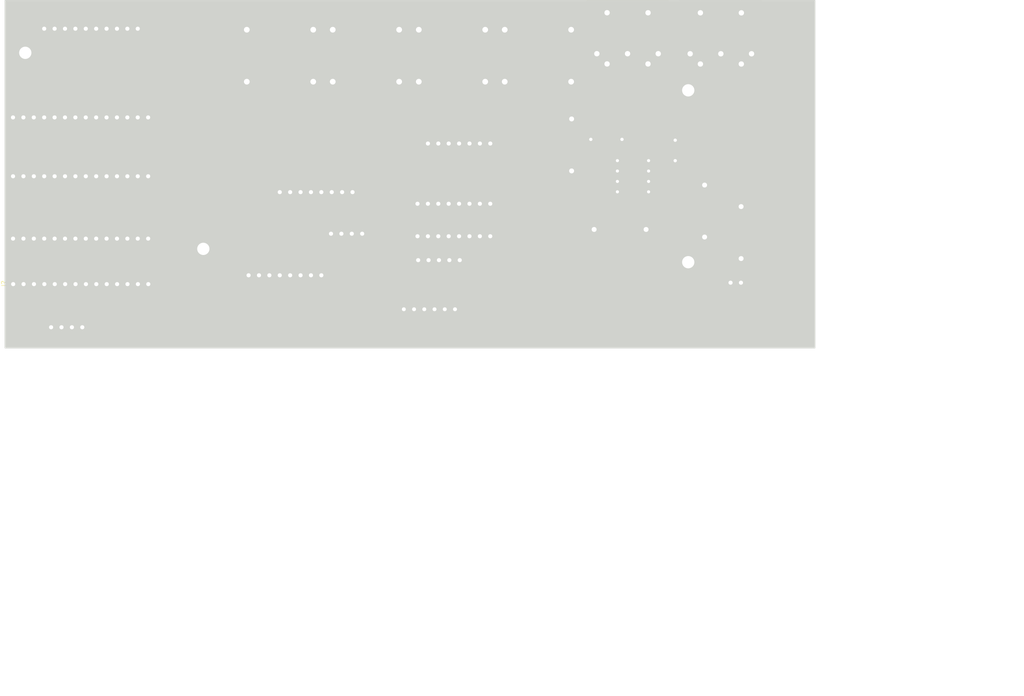
<source format=kicad_pcb>
(kicad_pcb (version 20211014) (generator pcbnew)
  (layers (0 "F.Cu" signal) (31 "B.Cu" signal) (34 "B.Paste" user) (35 "F.Paste" user) (36 "B.SilkS" user "B.Silkscreen") (37 "F.SilkS" user "F.Silkscreen") (38 "B.Mask" user) (39 "F.Mask" user) (44 "Edge.Cuts" user))
  (net 0 "")
  (net 1 "Net-(J1-Pad3)")
  (net 2 "Net-(J1-Pad5)")
  (net 3 "Net-(J1-Pad6)")
  (net 4 "Net-(J1-Pad7)")
  (net 5 "Net-(J1-Pad8)")
  (net 6 "Net-(J1-Pad9)")
  (net 7 "Net-(J12-Pad1)")
  (net 8 "Net-(J1-Pad10)")
  (net 9 "Net-(J1-Pad11)")
  (net 10 "Net-(J1-Pad12)")
  (net 11 "Net-(J1-Pad13)")
  (net 12 "Net-(J1-Pad14)")
  (net 13 "Net-(J2-Pad1)")
  (net 14 "Net-(J2-Pad2)")
  (net 15 "Net-(J2-Pad3)")
  (net 16 "Net-(J2-Pad4)")
  (net 17 "Net-(J2-Pad5)")
  (net 18 "Net-(J2-Pad6)")
  (net 19 "Net-(J2-Pad7)")
  (net 20 "Net-(J2-Pad8)")
  (net 21 "Net-(J2-Pad9)")
  (net 22 "Net-(J2-Pad10)")
  (net 23 "Net-(J2-Pad11)")
  (net 24 "Net-(D1-Pad1)")
  (net 25 "Net-(D1-Pad2)")
  (net 29 "Net-(J3-Pad4)")
  (net 30 "Net-(J1-Pad2)")
  (net 31 "Net-(J1-Pad4)")
  (net 32 "Net-(J8-Pad5)")
  (net 35 "Net-(J8-Pad4)")
  (net 39 "Net-(J5-Pad1)")
  (net 40 "Net-(J5-Pad2)")
  (net 41 "Net-(J5-Pad3)")
  (net 42 "Net-(J9-Pad1)")
  (net 43 "Net-(J9-Pad2)")
  (net 44 "Net-(J9-Pad3)")
  (net 45 "Net-(J9-Pad4)")
  (net 46 "Net-(J9-Pad5)")
  (net 47 "Net-(J10-Pad1)")
  (net 48 "Net-(J10-Pad2)")
  (net 49 "Net-(J11-Pad1)")
  (net 50 "Net-(J16-Pad1)")
  (net 51 "Net-(J16-Pad2)")
  (net 52 "Net-(J17-Pad1)")
  (net 53 "Net-(J17-Pad2)")
  (net 54 "Net-(J18-Pad1)")
  (net 55 "Net-(J18-Pad2)")
  (net 56 "Net-(J5-Pad4)")
  (net 57 "Net-(J5-Pad5)")
  (net 58 "Net-(J5-Pad6)")
  (net 59 "Net-(J5-Pad7)")
  (net 60 "Net-(C1-Pad1)")
  (net 69 "GND")
  (net 70 "Net-(J4-Pad6)")
  (net 71 "Net-(J4-Pad5)")
  (net 72 "Net-(J4-Pad4)")
  (net 73 "Net-(J4-Pad3)")
  (net 74 "Net-(J12-Pad2)")
  (net 75 "Net-(J12-Pad3)")
  (net 76 "Net-(J12-Pad4)")
  (net 77 "Net-(J12-Pad5)")
  (net 78 "Net-(J12-Pad6)")
  (net 79 "Net-(J12-Pad7)")
  (net 80 "Net-(J12-Pad8)")
  (net 81 "Net-(J12-Pad9)")
  (net 82 "Net-(J12-Pad10)")
  (net 83 "Net-(J11-Pad2)")
  (net 84 "Net-(J14-Pad1)")
  (net 85 "Net-(J1-Pad1)")
  (footprint "KiCad:Teensy40" (layer "F.Cu") (at 35.51 68.62 180)
    (fp_text reference "U7")
    (fp_text value "Teensy4.0")
  )
  (footprint "Connector_PinHeader_2.54mm:PinHeader_1x04_P2.54mm_Vertical" (layer "F.Cu") (at 28.3 97.9 90)
    (fp_text reference "J14")
    (fp_text value "Conn_01x04")
  )
  (footprint "KiCad:DIP762W56P254L966H508Q8N" (layer "F.Cu") (at 170.5 60.99)
    (fp_text reference "U6")
    (fp_text value "6N138" hide)
  )
  (footprint "Connector_PinHeader_2.54mm:PinHeader_1x05_P2.54mm_Vertical" (layer "F.Cu") (at 118 81.5 90)
    (fp_text reference "J9")
    (fp_text value "Conn_01x05")
  )
  (footprint "Connector_JST:JST_XH_B6B-XH-A_1x06_P2.50mm_Vertical" (layer "F.Cu") (at 114.5 93.5)
    (fp_text reference "J4")
    (fp_text value "06JQ-BT")
  )
  (footprint "Connector_PinHeader_2.54mm:PinHeader_1x07_P2.54mm_Vertical" (layer "F.Cu") (at 135.625 53 -90)
    (fp_text reference "J5")
    (fp_text value "Conn_01x07")
  )
  (footprint "Connector_JST:JST_SH_SM10B-SRSS-TB_1x10-1MP_P1.00mm_Horizontal" (layer "F.Cu") (at 72.75 58.53)
    (fp_text reference "JST_TEENSY_5")
    (fp_text value "10JQ-BT")
  )
  (footprint "Connector_PinHeader_2.54mm:PinHeader_1x02_P2.54mm_Vertical" (layer "F.Cu") (at 194.34 87.01 90)
    (fp_text reference "J10")
    (fp_text value "Conn_01x02")
  )
  (footprint "Connector_PinHeader_2.54mm:PinHeader_1x14_P2.54mm_Vertical" (layer "F.Cu") (at 52.01 46.62 -90)
    (fp_text reference "J1")
    (fp_text value "Conn_01x14_MountingPin")
  )
  (footprint "project_fp:SDS-50J_MIDI_JACK" (layer "F.Cu") (at 184.47 31.0675)
    (fp_text reference "J8")
    (fp_text value "DIN-5")
  )
  (footprint "SamacSys_Parts:NMJ4HCD2" (layer "F.Cu") (at 126.26967 41.845 -90)
    (fp_text reference "J17")
    (fp_text value "NMJ4HCD2" hide)
  )
  (footprint "Resistor_THT:R_Axial_DIN0411_L9.9mm_D3.6mm_P12.70mm_Horizontal" (layer "F.Cu") (at 196.92 68.41 -90)
    (fp_text reference "R8")
    (fp_text value "R47")
  )
  (footprint "SamacSys_Parts:NMJ4HCD2" (layer "F.Cu") (at 105.23967 41.845 -90)
    (fp_text reference "J16")
    (fp_text value "NMJ4HCD2" hide)
  )
  (footprint "Resistor_THT:R_Axial_DIN0411_L9.9mm_D3.6mm_P12.70mm_Horizontal" (layer "F.Cu") (at 161 74)
    (fp_text reference "R6")
    (fp_text value "R470")
  )
  (footprint "Connector_PinHeader_2.54mm:PinHeader_1x10_P2.54mm_Vertical" (layer "F.Cu") (at 26.615723 24.942131 90)
    (fp_text reference "J12")
    (fp_text value "Conn_01x10")
  )
  (footprint "Connector_PinHeader_2.54mm:PinHeader_1x04_P2.54mm_Vertical" (layer "F.Cu") (at 96.7 75.04 90)
    (fp_text reference "J6")
    (fp_text value "Conn_01x04")
  )
  (footprint "project_fp:SDS-50J_MIDI_JACK" (layer "F.Cu") (at 161.67 31.0475)
    (fp_text reference "J3")
    (fp_text value "DIN-5")
  )
  (footprint "MountingHole:MountingHole_3mm" (layer "F.Cu") (at 65.5 78.74)
    (fp_text reference "H9")
    (fp_text value "MountingHole")
  )
  (footprint "Capacitor_THT:CP_Radial_D8.0mm_P5.00mm" (layer "F.Cu") (at 180.817621 57.19 90)
    (fp_text reference "C1")
    (fp_text value "0,1myf")
  )
  (footprint "Connector_PinHeader_2.54mm:PinHeader_1x08_P2.54mm_Vertical" (layer "F.Cu") (at 84.18 64.88 90)
    (fp_text reference "J7")
    (fp_text value "Conn_01x08")
  )
  (footprint "SamacSys_Parts:NMJ4HCD2" (layer "F.Cu") (at 147.26967 41.845 -90)
    (fp_text reference "J18")
    (fp_text value "NMJ4HCD2" hide)
  )
  (footprint "MountingHole:MountingHole_3mm" (layer "F.Cu") (at 184 40)
    (fp_text reference "H4")
    (fp_text value "MountingHole")
  )
  (footprint "Resistor_THT:R_Axial_DIN0411_L9.9mm_D3.6mm_P12.70mm_Horizontal" (layer "F.Cu") (at 188 75.85 90)
    (fp_text reference "R7")
    (fp_text value "R47")
  )
  (footprint "MountingHole:MountingHole_3mm" (layer "F.Cu") (at 184 82)
    (fp_text reference "H8")
    (fp_text value "MountingHole")
  )
  (footprint "Diode_THT:D_DO-35_SOD27_P7.62mm_Horizontal" (layer "F.Cu") (at 167.81 51.99 180)
    (fp_text reference "D1")
    (fp_text value "1N4148")
  )
  (footprint "MountingHole:MountingHole_3mm" (layer "F.Cu") (at 21.991171 30.831126)
    (fp_text reference "H7")
    (fp_text value "MountingHole")
  )
  (footprint "Connector_PinHeader_2.54mm:PinHeader_1x14_P2.54mm_Vertical" (layer "F.Cu") (at 19.032663 87.357701 90)
    (fp_text reference "J2")
    (fp_text value "Conn_01x14_MountingPin")
  )
  (footprint "SamacSys_Parts:NMJ4HCD2" (layer "F.Cu") (at 84.23934 41.845 -90)
    (fp_text reference "J11")
    (fp_text value "NMJ4HCD2" hide)
  )
  (footprint "Connector_PinHeader_2.54mm:PinHeader_1x08_P2.54mm_Vertical" (layer "F.Cu") (at 76.56 85.2 90)
    (fp_text reference "J13")
    (fp_text value "Conn_01x08")
  )
  (footprint "KiCad:DIP794W53P254L1930H508Q16N" (layer "F.Cu") (at 126.73 71.68796 90)
    (fp_text reference "U5")
    (fp_text value "74HC4051" hide)
  )
  (footprint "Resistor_THT:R_Axial_DIN0411_L9.9mm_D3.6mm_P12.70mm_Horizontal" (layer "F.Cu") (at 155.5 46.99 -90)
    (fp_text reference "R5")
    (fp_text value "R220")
  )
  (gr_rect (start 17 18) (end 215 103) (layer "Edge.Cuts") (width 0.1) (fill none))
  (segment (start 46.94 61) (end 46.94 46.63) (width 1) (layer "B.Cu") (net 1))
  (segment (start 46.94 46.63) (end 46.93 46.62) (width 1) (layer "B.Cu") (net 1))
  (segment (start 41.85 46.62) (end 41.85 60.99) (width 1) (layer "B.Cu") (net 2))
  (segment (start 39.31 60.99) (end 39.32 61) (width 1) (layer "B.Cu") (net 3))
  (segment (start 39.31 46.62) (end 39.31 60.99) (width 1) (layer "B.Cu") (net 3))
  (segment (start 36.77 46.62) (end 36.77 60.99) (width 1) (layer "B.Cu") (net 4))
  (segment (start 34.23 46.62) (end 34.23 60.99) (width 1) (layer "B.Cu") (net 5))
  (segment (start 31.69 46.62) (end 31.69 60.99) (width 1) (layer "B.Cu") (net 6))
  (segment (start 68.25 56.53) (end 68.22 56.5) (width 0.5) (layer "F.Cu") (net 7))
  (segment (start 56 54.5) (end 56 44.32) (width 0.5) (layer "F.Cu") (net 7))
  (segment (start 26.575 37.075) (end 26.575 25) (width 0.5) (layer "F.Cu") (net 7))
  (segment (start 68.22 56.5) (end 58 56.5) (width 0.5) (layer "F.Cu") (net 7))
  (segment (start 56 44.32) (end 53.7 42.02) (width 0.5) (layer "F.Cu") (net 7))
  (segment (start 53.7 42.02) (end 31.52 42.02) (width 0.5) (layer "F.Cu") (net 7))
  (segment (start 31.52 42.02) (end 26.575 37.075) (width 0.5) (layer "F.Cu") (net 7))
  (segment (start 58 56.5) (end 56 54.5) (width 0.5) (layer "F.Cu") (net 7))
  (segment (start 29.15 46.62) (end 29.15 60.99) (width 1) (layer "B.Cu") (net 8))
  (segment (start 26.61 46.62) (end 26.61 60.99) (width 1) (layer "B.Cu") (net 9))
  (segment (start 24.07 46.62) (end 24.07 60.99) (width 1) (layer "B.Cu") (net 10))
  (segment (start 21.53 46.62) (end 21.53 60.99) (width 1) (layer "B.Cu") (net 11))
  (segment (start 19 46.63) (end 18.99 46.62) (width 1) (layer "F.Cu") (net 12))
  (segment (start 19 61) (end 19 46.63) (width 1) (layer "B.Cu") (net 12))
  (segment (start 19 87.325038) (end 19.032663 87.357701) (width 1) (layer "F.Cu") (net 13))
  (segment (start 19 76.24) (end 19 87.325038) (width 1) (layer "B.Cu") (net 13))
  (segment (start 21.54 87.325038) (end 21.572663 87.357701) (width 1) (layer "B.Cu") (net 14))
  (segment (start 21.54 76.24) (end 21.54 87.325038) (width 1) (layer "B.Cu") (net 14))
  (segment (start 24.08 76.24) (end 24.08 87.325038) (width 1) (layer "B.Cu") (net 15))
  (segment (start 24.08 87.325038) (end 24.112663 87.357701) (width 1) (layer "B.Cu") (net 15))
  (segment (start 26.62 76.24) (end 26.62 87.325038) (width 1) (layer "B.Cu") (net 16))
  (segment (start 26.62 87.325038) (end 26.652663 87.357701) (width 1) (layer "B.Cu") (net 16))
  (segment (start 29.192663 87.357701) (end 29.192663 76.272663) (width 1) (layer "B.Cu") (net 17))
  (segment (start 31.7 76.24) (end 31.7 87.325038) (width 1) (layer "B.Cu") (net 18))
  (segment (start 31.7 87.325038) (end 31.732663 87.357701) (width 1) (layer "B.Cu") (net 18))
  (segment (start 34.272663 87.357701) (end 34.272663 76.272663) (width 1) (layer "B.Cu") (net 19))
  (segment (start 36.78 87.325038) (end 36.812663 87.357701) (width 1) (layer "B.Cu") (net 20))
  (segment (start 36.78 76.24) (end 36.78 87.325038) (width 1) (layer "B.Cu") (net 20))
  (segment (start 39.352663 87.357701) (end 39.352663 76.272663) (width 1) (layer "B.Cu") (net 21))
  (segment (start 41.86 87.325038) (end 41.892663 87.357701) (width 1) (layer "B.Cu") (net 22))
  (segment (start 41.86 76.24) (end 41.86 87.325038) (width 1) (layer "B.Cu") (net 22))
  (segment (start 44.4 87.325038) (end 44.4 76.24) (width 1) (layer "B.Cu") (net 23))
  (segment (start 169.494084 59.538217) (end 169.312301 59.72) (width 1) (layer "B.Cu") (net 24))
  (segment (start 167.81 51.99) (end 169.494084 53.674084) (width 1) (layer "B.Cu") (net 24))
  (segment (start 169.494084 53.674084) (end 169.494084 59.538217) (width 1) (layer "B.Cu") (net 24))
  (segment (start 169.312301 59.72) (end 166.69 59.72) (width 1) (layer "B.Cu") (net 24))
  (segment (start 155.53 59.72) (end 155.5 59.69) (width 1) (layer "B.Cu") (net 24))
  (segment (start 166.69 59.72) (end 155.53 59.72) (width 1) (layer "B.Cu") (net 24))
  (segment (start 166.61 59.8) (end 166.69 59.72) (width 1) (layer "B.Cu") (net 24))
  (segment (start 162 66) (end 165.74 62.26) (width 1) (layer "B.Cu") (net 25))
  (segment (start 174 33.5675) (end 160.19 47.3775) (width 1) (layer "B.Cu") (net 25))
  (segment (start 160.19 47.3775) (end 160.19 49.81) (width 1) (layer "B.Cu") (net 25))
  (segment (start 160.19 49.68) (end 160.19 49.81) (width 1) (layer "B.Cu") (net 25))
  (segment (start 154.62 55.88) (end 151 59.5) (width 1) (layer "B.Cu") (net 25))
  (segment (start 151 59.5) (end 151 64.5) (width 1) (layer "B.Cu") (net 25))
  (segment (start 165.74 62.26) (end 166.69 62.26) (width 1) (layer "B.Cu") (net 25))
  (segment (start 160.19 51.99) (end 160.19 55.88) (width 1) (layer "B.Cu") (net 25))
  (segment (start 160.19 55.88) (end 154.62 55.88) (width 1) (layer "B.Cu") (net 25))
  (segment (start 160.19 49.81) (end 160.19 51.99) (width 1) (layer "B.Cu") (net 25))
  (segment (start 152.5 66) (end 162 66) (width 1) (layer "B.Cu") (net 25))
  (segment (start 151 64.5) (end 152.5 66) (width 1) (layer "B.Cu") (net 25))
  (segment (start 164 33.5675) (end 164 35.5) (width 1) (layer "B.Cu") (net 29))
  (segment (start 155.5 44) (end 155.5 46.99) (width 1) (layer "B.Cu") (net 29))
  (segment (start 164 35.5) (end 155.5 44) (width 1) (layer "B.Cu") (net 29))
  (segment (start 49.47 60.99) (end 49.48 61) (width 1) (layer "B.Cu") (net 30))
  (segment (start 49.47 46.62) (end 49.47 60.99) (width 1) (layer "B.Cu") (net 30))
  (segment (start 44.39 46.62) (end 44.39 60.99) (width 1) (layer "B.Cu") (net 31))
  (segment (start 196.97 33.5675) (end 196.97 68.36) (width 1) (layer "B.Cu") (net 32))
  (segment (start 196.97 68.36) (end 196.92 68.41) (width 1) (layer "B.Cu") (net 32))
  (segment (start 196.97 36.82) (end 196.97 36.97) (width 1) (layer "B.Cu") (net 32))
  (segment (start 188 34.5975) (end 186.97 33.5675) (width 1) (layer "B.Cu") (net 35))
  (segment (start 188 63.15) (end 188 34.5975) (width 1) (layer "B.Cu") (net 35))
  (segment (start 135.625 67.71296) (end 135.62 67.71796) (width 1) (layer "B.Cu") (net 39))
  (segment (start 135.625 53) (end 135.625 67.71296) (width 1) (layer "B.Cu") (net 39))
  (segment (start 133.085 67.71296) (end 133.08 67.71796) (width 1) (layer "B.Cu") (net 40))
  (segment (start 133.085 53) (end 133.085 67.71296) (width 1) (layer "B.Cu") (net 40))
  (segment (start 130.545 67.71296) (end 130.54 67.71796) (width 1) (layer "B.Cu") (net 41))
  (segment (start 130.545 53) (end 130.545 67.71296) (width 1) (layer "B.Cu") (net 41))
  (segment (start 117.84 75.65796) (end 117.84 81.215) (width 1) (layer "B.Cu") (net 42))
  (segment (start 117.84 81.215) (end 118.125 81.5) (width 1) (layer "B.Cu") (net 42))
  (segment (start 120.665 81.5) (end 120.38 81.215) (width 1) (layer "B.Cu") (net 43))
  (segment (start 120.38 81.215) (end 120.38 75.65796) (width 1) (layer "B.Cu") (net 43))
  (segment (start 122.92 75.65796) (end 122.92 81.215) (width 1) (layer "B.Cu") (net 44))
  (segment (start 125.46 75.65796) (end 125.46 81.215) (width 1) (layer "B.Cu") (net 45))
  (segment (start 125.46 81.215) (end 125.745 81.5) (width 1) (layer "B.Cu") (net 45))
  (segment (start 128 81.215) (end 128.285 81.5) (width 1) (layer "B.Cu") (net 46))
  (segment (start 128 75.65796) (end 128 81.215) (width 1) (layer "B.Cu") (net 46))
  (segment (start 173.802141 74.307859) (end 170.494282 71) (width 1) (layer "B.Cu") (net 47))
  (segment (start 154.08096 71) (end 151.54048 73.54048) (width 1) (layer "B.Cu") (net 47))
  (segment (start 151.54048 73.54048) (end 165.01 87.01) (width 1) (layer "B.Cu") (net 47))
  (segment (start 172.355926 69.138356) (end 170.494282 71) (width 0.5) (layer "B.Cu") (net 47))
  (segment (start 174.31 62.26) (end 173.335532 62.26) (width 0.5) (layer "B.Cu") (net 47))
  (segment (start 173.405489 73.705489) (end 173.7 74) (width 1) (layer "B.Cu") (net 47))
  (segment (start 173.335532 62.26) (end 172.355926 63.239606) (width 0.5) (layer "B.Cu") (net 47))
  (segment (start 172.355926 63.239606) (end 172.355926 69.138356) (width 0.5) (layer "B.Cu") (net 47))
  (segment (start 170.494282 71) (end 154.08096 71) (width 1) (layer "B.Cu") (net 47))
  (segment (start 165.01 87.01) (end 194.34 87.01) (width 1) (layer "B.Cu") (net 47))
  (segment (start 173.08 73.38) (end 173.405489 73.705489) (width 0.5) (layer "B.Cu") (net 47))
  (segment (start 196.88 87.01) (end 196.88 81.15) (width 1) (layer "B.Cu") (net 48))
  (segment (start 196.88 81.15) (end 196.92 81.11) (width 1) (layer "B.Cu") (net 48))
  (segment (start 86.72 35.78566) (end 86.72 64.88) (width 1) (layer "B.Cu") (net 49))
  (segment (start 76.12434 25.19) (end 86.72 35.78566) (width 1) (layer "B.Cu") (net 49))
  (segment (start 97.12434 25.19) (end 89.26 33.05434) (width 1) (layer "B.Cu") (net 50))
  (segment (start 89.26 33.05434) (end 89.26 64.88) (width 1) (layer "B.Cu") (net 50))
  (segment (start 97.12467 37.89) (end 91.8 43.21467) (width 1) (layer "B.Cu") (net 51))
  (segment (start 91.8 43.21467) (end 91.8 64.88) (width 1) (layer "B.Cu") (net 51))
  (segment (start 118.25467 26.99533) (end 117.2 28.05) (width 1) (layer "B.Cu") (net 52))
  (segment (start 101.96 36.94) (end 101.96 31.86) (width 1) (layer "B.Cu") (net 52))
  (segment (start 101.96 31.86) (end 105.77 28.05) (width 1) (layer "B.Cu") (net 52))
  (segment (start 94.34 44.56) (end 94.34 64.88) (width 1) (layer "B.Cu") (net 52))
  (segment (start 118.25467 25.19) (end 118.25467 26.99533) (width 1) (layer "B.Cu") (net 52))
  (segment (start 101.96 36.94) (end 94.34 44.56) (width 1) (layer "B.Cu") (net 52))
  (segment (start 105.77 28.05) (end 117.2 28.05) (width 1) (layer "B.Cu") (net 52))
  (segment (start 106.405 34.4) (end 103.934745 36.870255) (width 1) (layer "B.Cu") (net 53))
  (segment (start 114.76467 34.4) (end 106.405 34.4) (width 1) (layer "B.Cu") (net 53))
  (segment (start 96.88 47.1) (end 96.88 64.88) (width 1) (layer "B.Cu") (net 53))
  (segment (start 103.934745 36.870255) (end 103.934745 40.045255) (width 1) (layer "B.Cu") (net 53))
  (segment (start 103.934745 40.045255) (end 96.88 47.1) (width 1) (layer "B.Cu") (net 53))
  (segment (start 118.25467 37.89) (end 114.76467 34.4) (width 1) (layer "B.Cu") (net 53))
  (segment (start 119.74 40.75) (end 121.01 39.48) (width 1) (layer "B.Cu") (net 54))
  (segment (start 107.75 40.75) (end 119.74 40.75) (width 1) (layer "B.Cu") (net 54))
  (segment (start 124.82 30.59) (end 133.85467 30.59) (width 1) (layer "B.Cu") (net 54))
  (segment (start 99.42 49.08) (end 107.75 40.75) (width 1) (layer "B.Cu") (net 54))
  (segment (start 133.85467 30.59) (end 139.25467 25.19) (width 1) (layer "B.Cu") (net 54))
  (segment (start 99.42 64.88) (end 99.42 49.08) (width 1) (layer "B.Cu") (net 54))
  (segment (start 121.01 34.4) (end 124.82 30.59) (width 1) (layer "B.Cu") (net 54))
  (segment (start 121.01 39.48) (end 121.01 34.4) (width 1) (layer "B.Cu") (net 54))
  (segment (start 139.25467 42.82533) (end 139.25467 37.89) (width 1) (layer "B.Cu") (net 55))
  (segment (start 138.79 43.29) (end 139.25467 42.82533) (width 1) (layer "B.Cu") (net 55))
  (segment (start 112.012647 43.29) (end 138.79 43.29) (width 1) (layer "B.Cu") (net 55))
  (segment (start 101.96 53.342647) (end 101.96 64.88) (width 1) (layer "B.Cu") (net 55))
  (segment (start 112.012647 43.29) (end 101.96 53.342647) (width 1) (layer "B.Cu") (net 55))
  (segment (start 128 67.71796) (end 128 53.005) (width 1) (layer "B.Cu") (net 56))
  (segment (start 128 53.005) (end 128.005 53) (width 1) (layer "B.Cu") (net 56))
  (segment (start 125.46 53.005) (end 125.465 53) (width 1) (layer "B.Cu") (net 57))
  (segment (start 125.46 67.71796) (end 125.46 53.005) (width 1) (layer "B.Cu") (net 57))
  (segment (start 122.92 67.71796) (end 122.92 53.005) (width 1) (layer "B.Cu") (net 58))
  (segment (start 122.92 53.005) (end 122.925 53) (width 1) (layer "B.Cu") (net 58))
  (segment (start 120.385 67.71296) (end 120.38 67.71796) (width 1) (layer "B.Cu") (net 59))
  (segment (start 120.385 53) (end 120.385 67.71296) (width 1) (layer "B.Cu") (net 59))
  (segment (start 147.5 66) (end 147.5 47.5) (width 1) (layer "B.Cu") (net 60))
  (segment (start 147.5 47.5) (end 146 46) (width 1) (layer "B.Cu") (net 60))
  (segment (start 112.12 46.12) (end 112.12 59.86) (width 1) (layer "B.Cu") (net 60))
  (segment (start 170.54 67.42) (end 169.46 68.5) (width 1) (layer "B.Cu") (net 60))
  (segment (start 180.817621 57.19) (end 174.32 57.19) (width 1) (layer "B.Cu") (net 60))
  (segment (start 52 76.26) (end 52.02 76.24) (width 1) (layer "B.Cu") (net 60))
  (segment (start 112.12 59.86) (end 102.02 69.96) (width 1) (layer "B.Cu") (net 60))
  (segment (start 102.02 69.96) (end 62.12 69.96) (width 1) (layer "B.Cu") (net 60))
  (segment (start 172 60.88) (end 170.54 62.34) (width 0.5) (layer "B.Cu") (net 60))
  (segment (start 173.96 57.18) (end 172 59.14) (width 0.5) (layer "B.Cu") (net 60))
  (segment (start 172 59.14) (end 172 60.88) (width 0.5) (layer "B.Cu") (net 60))
  (segment (start 169.46 68.5) (end 150 68.5) (width 1) (layer "B.Cu") (net 60))
  (segment (start 52 87.305038) (end 52 76.26) (width 1) (layer "B.Cu") (net 60))
  (segment (start 150 68.5) (end 147.5 66) (width 1) (layer "B.Cu") (net 60))
  (segment (start 170.54 62.34) (end 170.54 67.42) (width 0.5) (layer "B.Cu") (net 60))
  (segment (start 55.84 76.24) (end 52.02 76.24) (width 1) (layer "B.Cu") (net 60))
  (segment (start 146 46) (end 112.24 46) (width 1) (layer "B.Cu") (net 60))
  (segment (start 174.31 57.18) (end 173.96 57.18) (width 1) (layer "B.Cu") (net 60))
  (segment (start 174.32 57.19) (end 174.31 57.18) (width 1) (layer "B.Cu") (net 60))
  (segment (start 62.12 69.96) (end 55.84 76.24) (width 1) (layer "B.Cu") (net 60))
  (segment (start 112.24 46) (end 112.12 46.12) (width 1) (layer "B.Cu") (net 60))
  (segment (start 77.24 93.5) (end 70.64 93.5) (width 1) (layer "B.Cu") (net 69))
  (segment (start 49.5 87.345038) (end 49.5 76.26) (width 1) (layer "B.Cu") (net 69))
  (segment (start 49.512663 88.632663) (end 49.512663 87.357701) (width 1) (layer "B.Cu") (net 69))
  (segment (start 133.08 75.65796) (end 135.62 75.65796) (width 1) (layer "B.Cu") (net 69))
  (segment (start 70.64 93.5) (end 54.38 93.5) (width 1) (layer "B.Cu") (net 69))
  (segment (start 54.38 93.5) (end 49.512663 88.632663) (width 1) (layer "B.Cu") (net 69))
  (segment (start 114.5 93.5) (end 77.24 93.5) (width 1) (layer "B.Cu") (net 69))
  (segment (start 133.08 75.65796) (end 130.54 75.65796) (width 1) (layer "B.Cu") (net 69))
  (segment (start 127 87.5) (end 126 86.5) (width 0.5) (layer "B.Cu") (net 70))
  (segment (start 104.32 77.9) (end 104.32 75.04) (width 0.5) (layer "B.Cu") (net 70))
  (segment (start 127 93.5) (end 127 87.5) (width 0.5) (layer "B.Cu") (net 70))
  (segment (start 126 86.5) (end 112.92 86.5) (width 0.5) (layer "B.Cu") (net 70))
  (segment (start 112.92 86.5) (end 104.32 77.9) (width 0.5) (layer "B.Cu") (net 70))
  (segment (start 124.5 93.5) (end 124.5 88.5) (width 0.5) (layer "B.Cu") (net 71))
  (segment (start 101.78 77.4) (end 101.78 75.04) (width 0.5) (layer "B.Cu") (net 71))
  (segment (start 123.96047 87.96047) (end 112.34047 87.96047) (width 0.5) (layer "B.Cu") (net 71))
  (segment (start 112.34047 87.96047) (end 101.78 77.4) (width 0.5) (layer "B.Cu") (net 71))
  (segment (start 124.5 88.5) (end 123.96047 87.96047) (width 0.5) (layer "B.Cu") (net 71))
  (segment (start 99.24 77.4) (end 99.24 75.04) (width 0.5) (layer "B.Cu") (net 72))
  (segment (start 99.24 77.4) (end 110.84 89) (width 0.5) (layer "B.Cu") (net 72))
  (segment (start 121.5 89) (end 122 89.5) (width 0.5) (layer "B.Cu") (net 72))
  (segment (start 110.84 89) (end 121.5 89) (width 0.5) (layer "B.Cu") (net 72))
  (segment (start 122 89.5) (end 122 93.5) (width 0.5) (layer "B.Cu") (net 72))
  (segment (start 119.5 91) (end 119 90.5) (width 0.5) (layer "B.Cu") (net 73))
  (segment (start 96.7 77.4) (end 96.7 75.04) (width 0.5) (layer "B.Cu") (net 73))
  (segment (start 119 90.5) (end 109.8 90.5) (width 0.5) (layer "B.Cu") (net 73))
  (segment (start 109.8 90.5) (end 96.7 77.4) (width 0.5) (layer "B.Cu") (net 73))
  (segment (start 119.5 93.5) (end 119.5 91) (width 0.5) (layer "B.Cu") (net 73))
  (segment (start 31.48 39.48) (end 53.68 39.48) (width 0.5) (layer "F.Cu") (net 74))
  (segment (start 59 54.5) (end 69 54.5) (width 0.5) (layer "F.Cu") (net 74))
  (segment (start 57.5 43.3) (end 57.5 53) (width 0.5) (layer "F.Cu") (net 74))
  (segment (start 69.25 54.75) (end 69.25 56.53) (width 0.5) (layer "F.Cu") (net 74))
  (segment (start 29.115 25) (end 29.115 37.115) (width 0.5) (layer "F.Cu") (net 74))
  (segment (start 29.115 37.115) (end 31.48 39.48) (width 0.5) (layer "F.Cu") (net 74))
  (segment (start 57.5 53) (end 59 54.5) (width 0.5) (layer "F.Cu") (net 74))
  (segment (start 69 54.5) (end 69.25 54.75) (width 0.5) (layer "F.Cu") (net 74))
  (segment (start 53.68 39.48) (end 57.5 43.3) (width 0.5) (layer "F.Cu") (net 74))
  (segment (start 59.588168 42.828168) (end 59.588168 52.304792) (width 0.5) (layer "F.Cu") (net 75))
  (segment (start 60.623376 53.34) (end 69.84 53.34) (width 0.5) (layer "F.Cu") (net 75))
  (segment (start 53.26 36.5) (end 59.588168 42.828168) (width 0.5) (layer "F.Cu") (net 75))
  (segment (start 59.588168 52.304792) (end 60.623376 53.34) (width 0.5) (layer "F.Cu") (net 75))
  (segment (start 31.655 35.655) (end 32.5 36.5) (width 0.5) (layer "F.Cu") (net 75))
  (segment (start 69.84 53.34) (end 70.25 53.75) (width 0.5) (layer "F.Cu") (net 75))
  (segment (start 32.5 36.5) (end 53.26 36.5) (width 0.5) (layer "F.Cu") (net 75))
  (segment (start 70.25 53.75) (end 70.25 56.53) (width 0.5) (layer "F.Cu") (net 75))
  (segment (start 31.655 25) (end 31.655 35.655) (width 0.5) (layer "F.Cu") (net 75))
  (segment (start 34.195 34.305) (end 34.89 35) (width 0.5) (layer "F.Cu") (net 76))
  (segment (start 71.25 52.25) (end 71.25 56.53) (width 0.5) (layer "F.Cu") (net 76))
  (segment (start 34.195 25) (end 34.195 34.305) (width 0.5) (layer "F.Cu") (net 76))
  (segment (start 62 50.5) (end 63.5 52) (width 0.5) (layer "F.Cu") (net 76))
  (segment (start 71 52) (end 71.25 52.25) (width 0.5) (layer "F.Cu") (net 76))
  (segment (start 62 42.7) (end 62 50.5) (width 0.5) (layer "F.Cu") (net 76))
  (segment (start 63.5 52) (end 71 52) (width 0.5) (layer "F.Cu") (net 76))
  (segment (start 54.3 35) (end 62 42.7) (width 0.5) (layer "F.Cu") (net 76))
  (segment (start 34.89 35) (end 54.3 35) (width 0.5) (layer "F.Cu") (net 76))
  (segment (start 54.84 33) (end 63.86 42.02) (width 0.5) (layer "F.Cu") (net 77))
  (segment (start 37 33) (end 54.84 33) (width 0.5) (layer "F.Cu") (net 77))
  (segment (start 36.735 32.735) (end 37 33) (width 0.5) (layer "F.Cu") (net 77))
  (segment (start 63.86 42.02) (end 63.86 47.1) (width 0.5) (layer "F.Cu") (net 77))
  (segment (start 71.14 49.64) (end 72.25 50.75) (width 0.5) (layer "F.Cu") (net 77))
  (segment (start 72.25 50.75) (end 72.25 56.53) (width 0.5) (layer "F.Cu") (net 77))
  (segment (start 36.735 25) (end 36.735 32.735) (width 0.5) (layer "F.Cu") (net 77))
  (segment (start 63.86 47.1) (end 66.4 49.64) (width 0.5) (layer "F.Cu") (net 77))
  (segment (start 66.4 49.64) (end 71.14 49.64) (width 0.5) (layer "F.Cu") (net 77))
  (segment (start 55.88 31.5) (end 65.13 40.75) (width 0.5) (layer "F.Cu") (net 78))
  (segment (start 71 47.5) (end 73.25 49.75) (width 0.5) (layer "F.Cu") (net 78))
  (segment (start 73.25 49.75) (end 73.25 56.53) (width 0.5) (layer "F.Cu") (net 78))
  (segment (start 66.8 47.5) (end 65.13 45.83) (width 0.5) (layer "F.Cu") (net 78))
  (segment (start 39.275 25) (end 39.275 30.775) (width 0.5) (layer "F.Cu") (net 78))
  (segment (start 40 31.5) (end 55.88 31.5) (width 0.5) (layer "F.Cu") (net 78))
  (segment (start 39.275 30.775) (end 40 31.5) (width 0.5) (layer "F.Cu") (net 78))
  (segment (start 65.13 45.83) (end 65.13 40.75) (width 0.5) (layer "F.Cu") (net 78))
  (segment (start 71 47.5) (end 66.8 47.5) (width 0.5) (layer "F.Cu") (net 78))
  (segment (start 71.83 45.83) (end 74.25 48.25) (width 0.5) (layer "F.Cu") (net 79))
  (segment (start 41.815 29.315) (end 42.5 30) (width 0.5) (layer "F.Cu") (net 79))
  (segment (start 41.815 25) (end 41.815 29.315) (width 0.5) (layer "F.Cu") (net 79))
  (segment (start 67.67 45.83) (end 71.83 45.83) (width 0.5) (layer "F.Cu") (net 79))
  (segment (start 66.4 44.56) (end 67.67 45.83) (width 0.5) (layer "F.Cu") (net 79))
  (segment (start 42.5 30) (end 56.92 30) (width 0.5) (layer "F.Cu") (net 79))
  (segment (start 66.4 39.48) (end 66.4 44.56) (width 0.5) (layer "F.Cu") (net 79))
  (segment (start 74.25 48.25) (end 74.25 56.53) (width 0.5) (layer "F.Cu") (net 79))
  (segment (start 56.92 30) (end 66.4 39.48) (width 0.5) (layer "F.Cu") (net 79))
  (segment (start 57.896754 28.436754) (end 44.521395 28.436754) (width 0.5) (layer "F.Cu") (net 80))
  (segment (start 75.25 51.988569) (end 75.70219 51.536379) (width 0.5) (layer "F.Cu") (net 80))
  (segment (start 44.521395 28.436754) (end 44.395723 28.311082) (width 0.5) (layer "F.Cu") (net 80))
  (segment (start 75.70219 46.24219) (end 74.02 44.56) (width 0.5) (layer "F.Cu") (net 80))
  (segment (start 75.70219 51.536379) (end 75.70219 46.24219) (width 0.5) (layer "F.Cu") (net 80))
  (segment (start 68.94 39.48) (end 57.896754 28.436754) (width 0.5) (layer "F.Cu") (net 80))
  (segment (start 44.395723 28.311082) (end 44.395723 24.942131) (width 0.5) (layer "F.Cu") (net 80))
  (segment (start 68.94 44.56) (end 68.94 39.48) (width 0.5) (layer "F.Cu") (net 80))
  (segment (start 74.02 44.56) (end 68.94 44.56) (width 0.5) (layer "F.Cu") (net 80))
  (segment (start 75.25 56.53) (end 75.25 51.988569) (width 0.5) (layer "F.Cu") (net 80))
  (segment (start 77 53.5) (end 77.794712 53.5) (width 0.5) (layer "F.Cu") (net 81))
  (segment (start 70.380423 36.736336) (end 60.846193 27.202106) (width 0.5) (layer "F.Cu") (net 81))
  (segment (start 70.380423 40.920423) (end 70.380423 36.736336) (width 0.5) (layer "F.Cu") (net 81))
  (segment (start 76.25 54.25) (end 77 53.5) (width 0.5) (layer "F.Cu") (net 81))
  (segment (start 74.965777 42.965777) (end 72.425777 42.965777) (width 0.5) (layer "F.Cu") (net 81))
  (segment (start 60.846193 27.202106) (end 46.922101 27.202106) (width 0.5) (layer "F.Cu") (net 81))
  (segment (start 77.866041 45.866041) (end 74.965777 42.965777) (width 0.5) (layer "F.Cu") (net 81))
  (segment (start 77.866041 53.428671) (end 77.866041 45.866041) (width 0.5) (layer "F.Cu") (net 81))
  (segment (start 76.25 56.53) (end 76.25 54.25) (width 0.5) (layer "F.Cu") (net 81))
  (segment (start 77.794712 53.5) (end 77.866041 53.428671) (width 0.5) (layer "F.Cu") (net 81))
  (segment (start 72.425777 42.965777) (end 70.380423 40.920423) (width 0.5) (layer "F.Cu") (net 81))
  (segment (start 46.935723 27.0513) (end 46.935723 24.942131) (width 0.5) (layer "F.Cu") (net 81))
  (segment (start 72.969127 30.809127) (end 67.102131 24.942131) (width 0.5) (layer "F.Cu") (net 82))
  (segment (start 75.864479 42.02) (end 72.969127 39.124648) (width 0.5) (layer "F.Cu") (net 82))
  (segment (start 80.5 43.42) (end 79.1 42.02) (width 0.5) (layer "F.Cu") (net 82))
  (segment (start 80.5 56) (end 80.5 43.42) (width 0.5) (layer "F.Cu") (net 82))
  (segment (start 67.102131 24.942131) (end 49.475723 24.942131) (width 0.5) (layer "F.Cu") (net 82))
  (segment (start 79.97 56.53) (end 80.5 56) (width 0.5) (layer "F.Cu") (net 82))
  (segment (start 72.969127 39.124648) (end 72.969127 30.809127) (width 0.5) (layer "F.Cu") (net 82))
  (segment (start 79.1 42.02) (end 75.864479 42.02) (width 0.5) (layer "F.Cu") (net 82))
  (segment (start 77.25 56.53) (end 79.97 56.53) (width 0.5) (layer "F.Cu") (net 82))
  (segment (start 84.18 41) (end 81.07 37.89) (width 1) (layer "B.Cu") (net 83))
  (segment (start 81.07 37.89) (end 76.12434 37.89) (width 1) (layer "B.Cu") (net 83))
  (segment (start 84.18 64.88) (end 84.18 41) (width 1) (layer "B.Cu") (net 83))
  (segment (start 133 99) (end 135.870126 96.129874) (width 1) (layer "B.Cu") (net 84))
  (segment (start 117 98) (end 116 99) (width 1) (layer "B.Cu") (net 84))
  (segment (start 47 87.330364) (end 46.972663 87.357701) (width 1) (layer "B.Cu") (net 84))
  (segment (start 46.972663 91.927337) (end 41 97.9) (width 1) (layer "B.Cu") (net 84))
  (segment (start 135.870126 96.129874) (end 147.270126 96.129874) (width 1) (layer "B.Cu") (net 84))
  (segment (start 133 99) (end 133.5 98.5) (width 1) (layer "B.Cu") (net 84))
  (segment (start 116 99) (end 54.8 99) (width 1) (layer "B.Cu") (net 84))
  (segment (start 166.51 74) (end 161 74) (width 1) (layer "B.Cu") (net 84))
  (segment (start 115.48 85) (end 114 83.52) (width 1) (layer "B.Cu") (net 84))
  (segment (start 114.28204 67.71796) (end 117.84 67.71796) (width 1) (layer "B.Cu") (net 84))
  (segment (start 33.38 97.9) (end 30.84 97.9) (width 1) (layer "B.Cu") (net 84))
  (segment (start 188 75.85) (end 179.15 75.85) (width 1) (layer "B.Cu") (net 84))
  (segment (start 166.755 74.245) (end 170.5 77.99) (width 1) (layer "B.Cu") (net 84))
  (segment (start 131 85) (end 115.48 85) (width 1) (layer "B.Cu") (net 84))
  (segment (start 30.84 97.9) (end 28.3 97.9) (width 1) (layer "B.Cu") (net 84))
  (segment (start 46.972663 91.172663) (end 46.972663 87.357701) (width 1) (layer "B.Cu") (net 84))
  (segment (start 191.35223 96.129874) (end 205.74 81.742104) (width 1) (layer "B.Cu") (net 84))
  (segment (start 47 76.3) (end 47 87.330364) (width 1) (layer "B.Cu") (net 84))
  (segment (start 147.270126 96.129874) (end 191.35223 96.129874) (width 1) (layer "B.Cu") (net 84))
  (segment (start 170.5 77.99) (end 170.61 77.99) (width 1) (layer "B.Cu") (net 84))
  (segment (start 170.61 77.99) (end 177.01 77.99) (width 1) (layer "B.Cu") (net 84))
  (segment (start 46.972663 87.357701) (end 46.972663 91.927337) (width 1) (layer "B.Cu") (net 84))
  (segment (start 114 83.52) (end 114 68) (width 1) (layer "B.Cu") (net 84))
  (segment (start 147.270126 96.129874) (end 147.3 96.1) (width 1) (layer "B.Cu") (net 84))
  (segment (start 166.5 73.99) (end 166.755 74.245) (width 1) (layer "B.Cu") (net 84))
  (segment (start 116.88 99) (end 133 99) (width 1) (layer "B.Cu") (net 84))
  (segment (start 41 97.9) (end 35.92 97.9) (width 1) (layer "B.Cu") (net 84))
  (segment (start 116.5 99) (end 116 99) (width 1) (layer "B.Cu") (net 84))
  (segment (start 116.5 99) (end 116.88 99) (width 1) (layer "B.Cu") (net 84))
  (segment (start 35.92 97.9) (end 33.38 97.9) (width 1) (layer "B.Cu") (net 84))
  (segment (start 114 68) (end 114.28204 67.71796) (width 1) (layer "B.Cu") (net 84))
  (segment (start 205.39 75.85) (end 188 75.85) (width 1) (layer "B.Cu") (net 84))
  (segment (start 54.8 99) (end 46.972663 91.172663) (width 1) (layer "B.Cu") (net 84))
  (segment (start 133.5 98.5) (end 133.5 87.5) (width 1) (layer "B.Cu") (net 84))
  (segment (start 179.15 75.85) (end 177.01 77.99) (width 1) (layer "B.Cu") (net 84))
  (segment (start 205.74 76.2) (end 205.39 75.85) (width 1) (layer "B.Cu") (net 84))
  (segment (start 166.755 74.245) (end 166.51 74) (width 1) (layer "B.Cu") (net 84))
  (segment (start 117 93.5) (end 117 98) (width 1) (layer "B.Cu") (net 84))
  (segment (start 133.5 87.5) (end 131 85) (width 1) (layer "B.Cu") (net 84))
  (segment (start 205.74 81.742104) (end 205.74 76.2) (width 1) (layer "B.Cu") (net 84))
  (segment (start 52.02 46.63) (end 52.01 46.62) (width 1) (layer "B.Cu") (net 85))
  (segment (start 52.02 61) (end 52.02 46.63) (width 1) (layer "B.Cu") (net 85))
  (zone (net 69) (net_name "GND") (layers F&B.Cu) (connect_pads (clearance 1.5)) (min_thickness 0.5) (fill yes (thermal_gap 0.508) (thermal_bridge_width 0.508))
    (polygon (pts (xy 215.029732 18.925151) (xy 215.014354 103.000752) (xy 17.026643 102.998734) (xy 17.009633 17.967691) (xy 215.011667 17.967691)))
  )
  (zone (net 0) (net_name "") (layer "Edge.Cuts") (connect_pads (clearance 0.508)) (min_thickness 0.254) (fill yes (thermal_gap 0.508) (thermal_bridge_width 0.508))
    (polygon (pts (xy 215 103) (xy 17 103) (xy 17 18) (xy 215 18)))
  )
)
</source>
